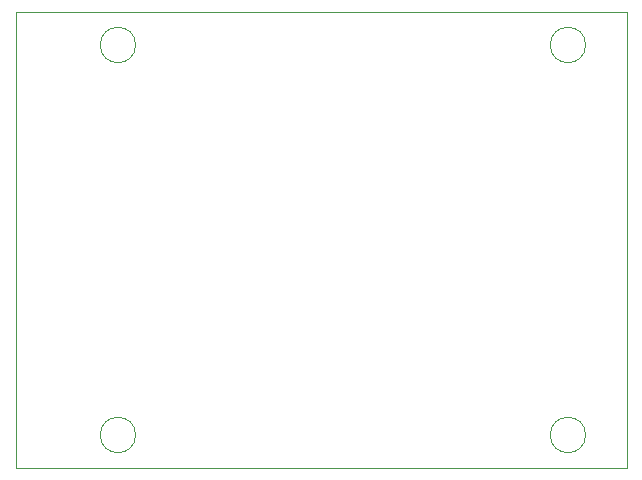
<source format=gbr>
%TF.GenerationSoftware,KiCad,Pcbnew,7.0.1*%
%TF.CreationDate,2023-11-12T22:26:15+01:00*%
%TF.ProjectId,pcbIOT,70636249-4f54-42e6-9b69-6361645f7063,rev?*%
%TF.SameCoordinates,Original*%
%TF.FileFunction,Profile,NP*%
%FSLAX46Y46*%
G04 Gerber Fmt 4.6, Leading zero omitted, Abs format (unit mm)*
G04 Created by KiCad (PCBNEW 7.0.1) date 2023-11-12 22:26:15*
%MOMM*%
%LPD*%
G01*
G04 APERTURE LIST*
%TA.AperFunction,Profile*%
%ADD10C,0.100000*%
%TD*%
G04 APERTURE END LIST*
D10*
X156440000Y-87630000D02*
G75*
G03*
X156440000Y-87630000I-1500000J0D01*
G01*
X108204000Y-51816000D02*
X159906733Y-51816000D01*
X159906733Y-90424000D01*
X108204000Y-90424000D01*
X108204000Y-51816000D01*
X118340000Y-87630000D02*
G75*
G03*
X118340000Y-87630000I-1500000J0D01*
G01*
X118340000Y-54610000D02*
G75*
G03*
X118340000Y-54610000I-1500000J0D01*
G01*
X156440000Y-54610000D02*
G75*
G03*
X156440000Y-54610000I-1500000J0D01*
G01*
M02*

</source>
